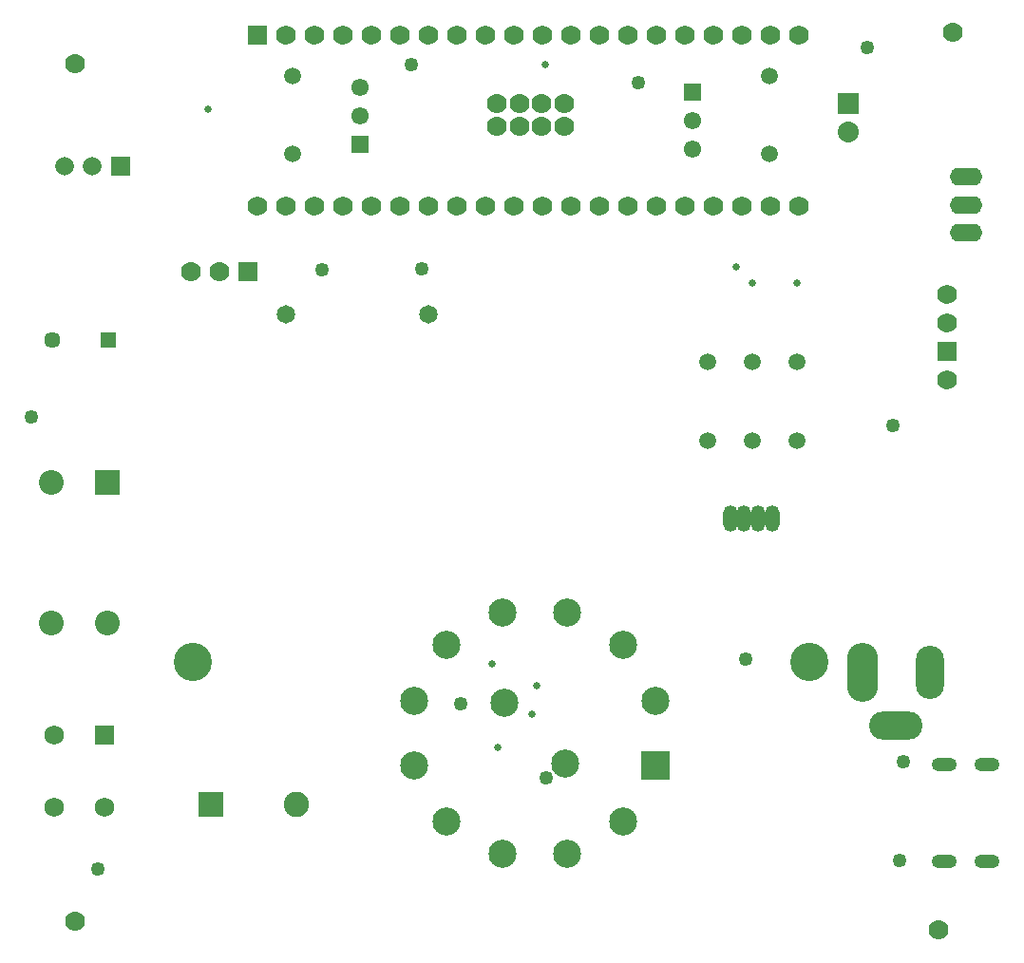
<source format=gts>
G04*
G04 #@! TF.GenerationSoftware,Altium Limited,Altium Designer,23.9.2 (47)*
G04*
G04 Layer_Color=8388736*
%FSLAX25Y25*%
%MOIN*%
G70*
G04*
G04 #@! TF.SameCoordinates,96E2FA6D-A4E1-418B-AB96-812044D57736*
G04*
G04*
G04 #@! TF.FilePolarity,Negative*
G04*
G01*
G75*
%ADD18C,0.06937*%
%ADD19R,0.06937X0.06937*%
%ADD20R,0.09858X0.09858*%
%ADD21C,0.09858*%
%ADD22O,0.10843X0.20685*%
%ADD23O,0.09858X0.18717*%
%ADD24O,0.18717X0.09858*%
%ADD25C,0.13402*%
%ADD26C,0.06504*%
%ADD27C,0.05953*%
%ADD28R,0.05724X0.05724*%
%ADD29C,0.05724*%
%ADD30C,0.07000*%
%ADD31R,0.07000X0.07000*%
%ADD32O,0.08874X0.04937*%
%ADD33R,0.06937X0.06937*%
%ADD34C,0.06937*%
%ADD35R,0.08874X0.08874*%
%ADD36C,0.08874*%
%ADD37R,0.06898X0.06898*%
%ADD38C,0.06898*%
%ADD39R,0.08677X0.08677*%
%ADD40C,0.08677*%
%ADD41R,0.06110X0.06110*%
%ADD42C,0.06110*%
%ADD43C,0.07339*%
%ADD44R,0.07339X0.07339*%
%ADD45R,0.06543X0.06543*%
%ADD46C,0.06543*%
%ADD47O,0.11400X0.06200*%
%ADD48O,0.05173X0.09347*%
%ADD49C,0.04937*%
%ADD50C,0.02500*%
D18*
X330000Y214000D02*
D03*
Y244000D02*
D03*
Y234000D02*
D03*
D19*
Y224000D02*
D03*
D20*
X227645Y78847D02*
D03*
D21*
X216334Y59256D02*
D03*
X196744Y47946D02*
D03*
X174123D02*
D03*
X154532Y59256D02*
D03*
X196151Y79440D02*
D03*
X143221Y78847D02*
D03*
Y101468D02*
D03*
X154532Y121059D02*
D03*
X174123Y132369D02*
D03*
X196744D02*
D03*
X216334Y121059D02*
D03*
X174715Y100875D02*
D03*
X227645Y101468D02*
D03*
D22*
X300394Y111417D02*
D03*
D23*
X324016D02*
D03*
D24*
X312205Y92913D02*
D03*
D25*
X281791Y114961D02*
D03*
X65256D02*
D03*
D26*
X147933Y237008D02*
D03*
X97933D02*
D03*
D27*
X277559Y220472D02*
D03*
Y192913D02*
D03*
X246063Y220472D02*
D03*
Y192913D02*
D03*
X261811D02*
D03*
Y220472D02*
D03*
X267717Y320866D02*
D03*
Y293307D02*
D03*
X100394Y320866D02*
D03*
Y293307D02*
D03*
D28*
X35842Y228000D02*
D03*
D29*
X16158D02*
D03*
D30*
X64646Y251969D02*
D03*
X74646D02*
D03*
X195669Y303150D02*
D03*
X172047D02*
D03*
X195669Y311024D02*
D03*
X187795D02*
D03*
X179921D02*
D03*
X187795Y303150D02*
D03*
X179921D02*
D03*
X172047Y311024D02*
D03*
X327000Y21000D02*
D03*
X24000Y24000D02*
D03*
X332000Y336000D02*
D03*
X24000Y325000D02*
D03*
D31*
X84646Y251969D02*
D03*
D32*
X344094Y45118D02*
D03*
Y79134D02*
D03*
X329134Y45118D02*
D03*
Y79134D02*
D03*
D33*
X88000Y335000D02*
D03*
D34*
X108000D02*
D03*
X118000D02*
D03*
X128000D02*
D03*
X138000D02*
D03*
X148000D02*
D03*
X158000D02*
D03*
X168000D02*
D03*
X178000D02*
D03*
X188000D02*
D03*
X198000D02*
D03*
X208000D02*
D03*
X218000D02*
D03*
X228000D02*
D03*
X238000D02*
D03*
X248000D02*
D03*
X258000D02*
D03*
X268000D02*
D03*
X278000D02*
D03*
Y275000D02*
D03*
X268000D02*
D03*
X258000D02*
D03*
X248000D02*
D03*
X238000D02*
D03*
X228000D02*
D03*
X218000D02*
D03*
X208000D02*
D03*
X198000D02*
D03*
X188000D02*
D03*
X178000D02*
D03*
X168000D02*
D03*
X158000D02*
D03*
X148000D02*
D03*
X138000D02*
D03*
X128000D02*
D03*
X118000D02*
D03*
X108000D02*
D03*
X98000D02*
D03*
X88000D02*
D03*
X98000Y335000D02*
D03*
D35*
X71653Y64961D02*
D03*
D36*
X101575D02*
D03*
D37*
X34449Y89567D02*
D03*
D38*
Y63976D02*
D03*
X16732Y89567D02*
D03*
Y63976D02*
D03*
D39*
X35433Y178150D02*
D03*
D40*
Y128937D02*
D03*
X15748Y178150D02*
D03*
Y128937D02*
D03*
D41*
X240827Y315118D02*
D03*
X124016Y296929D02*
D03*
D42*
X240827Y305118D02*
D03*
Y295118D02*
D03*
X124016Y306929D02*
D03*
Y316929D02*
D03*
D43*
X295276Y301181D02*
D03*
D44*
Y311181D02*
D03*
D45*
X40000Y289000D02*
D03*
D46*
X30158D02*
D03*
X20315D02*
D03*
D47*
X336614Y265748D02*
D03*
Y285433D02*
D03*
Y275590D02*
D03*
D48*
X253937Y165354D02*
D03*
X258858D02*
D03*
X263779D02*
D03*
X268701D02*
D03*
D49*
X310925Y198130D02*
D03*
X302067Y330709D02*
D03*
X221752Y318504D02*
D03*
X142028Y324902D02*
D03*
X145768Y252953D02*
D03*
X110630Y252658D02*
D03*
X8760Y201181D02*
D03*
X32185Y42323D02*
D03*
X159350Y100295D02*
D03*
X189370Y74508D02*
D03*
X313341Y45487D02*
D03*
X314711Y79952D02*
D03*
X259449Y116142D02*
D03*
D50*
X170408Y114567D02*
D03*
X186221Y106693D02*
D03*
X184252Y96850D02*
D03*
X172441Y85039D02*
D03*
X70866Y309055D02*
D03*
X255906Y253937D02*
D03*
X261811Y248031D02*
D03*
X277559D02*
D03*
X188976Y324803D02*
D03*
M02*

</source>
